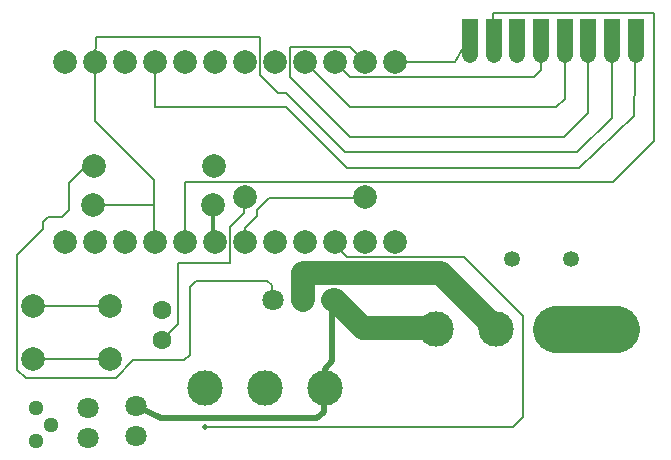
<source format=gbr>
%FSLAX34Y34*%
%MOMM*%
%LNCOPPER_TOP*%
G71*
G01*
%ADD10C, 2.000*%
%ADD11C, 0.200*%
%ADD12C, 2.000*%
%ADD13C, 1.600*%
%ADD14C, 1.350*%
%ADD15C, 2.000*%
%ADD16C, 3.000*%
%ADD17C, 4.000*%
%ADD18C, 1.800*%
%ADD19C, 2.000*%
%ADD20C, 2.000*%
%ADD21C, 1.350*%
%ADD22C, 1.350*%
%ADD23C, 1.800*%
%ADD24C, 1.280*%
%ADD25C, 3.000*%
%ADD26C, 0.500*%
%ADD27C, 0.500*%
%ADD28C, 0.300*%
%LPD*%
X48591Y795465D02*
G54D10*
D03*
X73992Y795465D02*
G54D10*
D03*
X99392Y795465D02*
G54D10*
D03*
X124791Y795465D02*
G54D10*
D03*
X150192Y795465D02*
G54D10*
D03*
X175592Y795465D02*
G54D10*
D03*
X200992Y795465D02*
G54D10*
D03*
X226392Y795465D02*
G54D10*
D03*
X251791Y795465D02*
G54D10*
D03*
X277191Y795465D02*
G54D10*
D03*
X302591Y795465D02*
G54D10*
D03*
X327991Y795465D02*
G54D10*
D03*
X48592Y947865D02*
G54D10*
D03*
X73992Y947865D02*
G54D10*
D03*
X99392Y947865D02*
G54D10*
D03*
X124792Y947865D02*
G54D10*
D03*
X150191Y947865D02*
G54D10*
D03*
X175592Y947865D02*
G54D10*
D03*
X200992Y947865D02*
G54D10*
D03*
X226392Y947865D02*
G54D10*
D03*
X251791Y947865D02*
G54D10*
D03*
X277191Y947865D02*
G54D10*
D03*
X302591Y947865D02*
G54D10*
D03*
X327991Y947865D02*
G54D10*
D03*
X327991Y947865D02*
G54D10*
D03*
G54D11*
X327991Y947865D02*
X378641Y947865D01*
X391491Y969843D01*
G54D11*
X451491Y969843D02*
X451491Y941190D01*
X445466Y935165D01*
X289891Y935165D01*
X277191Y947865D01*
G54D11*
X471491Y969843D02*
X471491Y916740D01*
X464516Y909765D01*
X289891Y909765D01*
X251791Y947865D01*
G54D11*
X491491Y969843D02*
X491491Y905114D01*
X470570Y884193D01*
X290063Y884193D01*
X239091Y935165D01*
X239091Y960565D01*
X289891Y960565D01*
X302591Y947865D01*
G54D11*
X531492Y969843D02*
X530541Y902418D01*
X483427Y858479D01*
X287202Y858479D01*
X235916Y909765D01*
X124791Y909765D01*
X124792Y947865D01*
G54D11*
X150192Y795465D02*
X150191Y846265D01*
X512141Y846265D01*
X547066Y881190D01*
X547066Y989140D01*
X410541Y989140D01*
X410541Y970793D01*
X411491Y969843D01*
X201012Y833206D02*
G54D12*
D03*
X302612Y833205D02*
G54D12*
D03*
G54D11*
X200218Y828443D02*
X200218Y820091D01*
X188291Y808165D01*
X188292Y778002D01*
G54D11*
X188292Y778002D02*
X143842Y778002D01*
X143841Y725873D01*
X130568Y712600D01*
X130568Y712600D02*
G54D13*
D03*
X130568Y738000D02*
G54D13*
D03*
G54D14*
X531492Y967465D02*
X531492Y953965D01*
G54D14*
X511491Y967465D02*
X511491Y953965D01*
G54D14*
X491491Y967465D02*
X491491Y953965D01*
G54D14*
X471491Y967465D02*
X471491Y953965D01*
G54D14*
X451491Y967465D02*
X451491Y953965D01*
G54D14*
X431491Y967465D02*
X431491Y953965D01*
G54D14*
X411491Y967465D02*
X411491Y953965D01*
G54D14*
X391491Y967465D02*
X391491Y953965D01*
G36*
X398242Y979771D02*
X398242Y952771D01*
X384742Y952771D01*
X384742Y979771D01*
X398242Y979771D01*
G37*
G36*
X418242Y979771D02*
X418242Y952771D01*
X404742Y952771D01*
X404742Y979771D01*
X418242Y979771D01*
G37*
G36*
X438242Y979771D02*
X438242Y952771D01*
X424742Y952771D01*
X424742Y979771D01*
X438242Y979771D01*
G37*
G36*
X458242Y979771D02*
X458242Y952771D01*
X444742Y952771D01*
X444742Y979771D01*
X458242Y979771D01*
G37*
G36*
X478242Y979771D02*
X478242Y952771D01*
X464742Y952771D01*
X464742Y979771D01*
X478242Y979771D01*
G37*
G36*
X498242Y979771D02*
X498242Y952771D01*
X484742Y952771D01*
X484742Y979771D01*
X498242Y979771D01*
G37*
G36*
X518242Y979771D02*
X518242Y952771D01*
X504742Y952771D01*
X504742Y979771D01*
X518242Y979771D01*
G37*
G36*
X538242Y979771D02*
X538242Y952771D01*
X524742Y952771D01*
X524742Y979771D01*
X538242Y979771D01*
G37*
G54D11*
X73992Y947865D02*
X73992Y897560D01*
X123904Y847648D01*
X123904Y796352D01*
X124791Y795465D01*
G54D11*
X327991Y871665D02*
X482089Y871665D01*
X511254Y900829D01*
X511254Y969605D01*
X511492Y969843D01*
X21432Y696119D02*
G54D15*
D03*
X21432Y741119D02*
G54D15*
D03*
X86432Y696119D02*
G54D15*
D03*
X86432Y741119D02*
G54D15*
D03*
G54D11*
X21432Y696119D02*
X86432Y696119D01*
G54D11*
X21432Y741119D02*
X86432Y741119D01*
G54D11*
X327991Y871665D02*
X285228Y871665D01*
X235426Y921467D01*
X228679Y921467D01*
X213598Y936548D01*
X213598Y968695D01*
X213201Y969092D01*
X74294Y969092D01*
X73992Y947865D01*
X362744Y721519D02*
G54D16*
D03*
X413544Y721519D02*
G54D16*
D03*
X464344Y721519D02*
G54D16*
D03*
X515144Y721519D02*
G54D16*
D03*
G54D17*
X464344Y721519D02*
X515144Y721519D01*
X224631Y746125D02*
G54D18*
D03*
X250031Y746125D02*
G54D18*
D03*
X275431Y746125D02*
G54D18*
D03*
X173832Y827088D02*
G54D19*
D03*
X72232Y827088D02*
G54D19*
D03*
X174625Y859632D02*
G54D19*
D03*
X73025Y859632D02*
G54D19*
D03*
G54D11*
X72232Y827088D02*
X123825Y827088D01*
G54D11*
X73025Y859632D02*
X65882Y859632D01*
X51594Y845344D01*
X51594Y822325D01*
X46038Y816769D01*
X34131Y816769D01*
X30162Y812800D01*
X30162Y806450D01*
X7938Y784225D01*
X7938Y687388D01*
X15081Y680244D01*
X91281Y680244D01*
X106362Y695325D01*
X149225Y695325D01*
X153988Y700088D01*
G54D20*
X250031Y746125D02*
X250031Y769144D01*
X366714Y769144D01*
X414338Y720726D01*
X391492Y961033D02*
G54D21*
D03*
X531492Y961033D02*
G54D21*
D03*
X511492Y961033D02*
G54D21*
D03*
X491492Y961034D02*
G54D21*
D03*
X471492Y961033D02*
G54D21*
D03*
X451492Y961033D02*
G54D21*
D03*
X431492Y961033D02*
G54D21*
D03*
X411492Y961033D02*
G54D21*
D03*
G36*
X538242Y984533D02*
X538242Y957533D01*
X524742Y957533D01*
X524742Y984533D01*
X538242Y984533D01*
G37*
G36*
X518242Y984533D02*
X518242Y957533D01*
X504742Y957533D01*
X504742Y984533D01*
X518242Y984533D01*
G37*
G36*
X498242Y984533D02*
X498242Y957533D01*
X484742Y957533D01*
X484742Y984533D01*
X498242Y984533D01*
G37*
G36*
X478242Y984533D02*
X478242Y957533D01*
X464742Y957533D01*
X464742Y984533D01*
X478242Y984533D01*
G37*
G36*
X458242Y984533D02*
X458242Y957533D01*
X444742Y957533D01*
X444742Y984533D01*
X458242Y984533D01*
G37*
G36*
X438242Y984533D02*
X438242Y957533D01*
X424742Y957533D01*
X424742Y984533D01*
X438242Y984533D01*
G37*
G36*
X418242Y984533D02*
X418242Y957533D01*
X404742Y957533D01*
X404742Y984533D01*
X418242Y984533D01*
G37*
G36*
X398242Y984533D02*
X398242Y957533D01*
X384742Y957533D01*
X384742Y984533D01*
X398242Y984533D01*
G37*
X476492Y781033D02*
G54D22*
D03*
X426492Y781033D02*
G54D22*
D03*
X108815Y656754D02*
G54D23*
D03*
X108815Y631354D02*
G54D23*
D03*
X67725Y655034D02*
G54D23*
D03*
X67725Y629634D02*
G54D23*
D03*
X23699Y654587D02*
G54D24*
D03*
X36399Y640587D02*
G54D24*
D03*
X23699Y626587D02*
G54D24*
D03*
X217488Y671513D02*
G54D25*
D03*
X268288Y671513D02*
G54D25*
D03*
G54D20*
X275431Y746125D02*
X277019Y746125D01*
X300831Y722312D01*
X361951Y722312D01*
X362744Y721519D01*
G54D11*
X153988Y700088D02*
X153988Y757238D01*
X159544Y762794D01*
X219869Y762794D01*
X223838Y758825D01*
X223838Y746919D01*
X224631Y746125D01*
G54D26*
X108815Y656754D02*
X129852Y646435D01*
X179388Y646112D01*
X261938Y646112D01*
X267494Y651669D01*
X267494Y670719D01*
X268288Y671513D01*
X268288Y688182D01*
X274638Y694531D01*
X274638Y745331D01*
X275431Y746125D01*
X166688Y671513D02*
G54D25*
D03*
X217488Y671513D02*
G54D25*
D03*
G54D11*
X277191Y795465D02*
X277191Y792784D01*
X287338Y782638D01*
X386556Y782638D01*
X436562Y732631D01*
X436562Y647700D01*
X427831Y638969D01*
X166688Y638969D01*
X166688Y638969D02*
G54D27*
D03*
X173832Y827088D02*
G54D12*
D03*
X174625Y859632D02*
G54D12*
D03*
X73025Y859632D02*
G54D12*
D03*
X72232Y827088D02*
G54D12*
D03*
G54D11*
X200992Y795465D02*
X200992Y807416D01*
X211138Y817562D01*
X211138Y822325D01*
X221456Y832644D01*
X302050Y832644D01*
X302612Y833205D01*
G54D28*
X173832Y827088D02*
X173832Y797225D01*
X175592Y795465D01*
M02*

</source>
